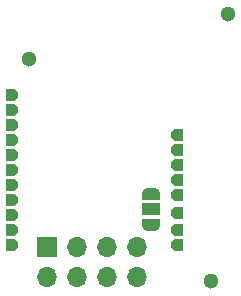
<source format=gbr>
%TF.GenerationSoftware,KiCad,Pcbnew,(5.99.0-10506-gb986797469)*%
%TF.CreationDate,2022-01-12T07:01:16+01:00*%
%TF.ProjectId,ESP31_V3,45535033-315f-4563-932e-6b696361645f,rev?*%
%TF.SameCoordinates,Original*%
%TF.FileFunction,Soldermask,Bot*%
%TF.FilePolarity,Negative*%
%FSLAX46Y46*%
G04 Gerber Fmt 4.6, Leading zero omitted, Abs format (unit mm)*
G04 Created by KiCad (PCBNEW (5.99.0-10506-gb986797469)) date 2022-01-12 07:01:16*
%MOMM*%
%LPD*%
G01*
G04 APERTURE LIST*
G04 Aperture macros list*
%AMOutline5P*
0 Free polygon, 5 corners , with rotation*
0 The origin of the aperture is its center*
0 number of corners: always 8*
0 $1 to $10 corner X, Y*
0 $11 Rotation angle, in degrees counterclockwise*
0 create outline with 8 corners*
4,1,5,$1,$2,$3,$4,$5,$6,$7,$8,$9,$10,$1,$2,$11*%
%AMOutline6P*
0 Free polygon, 6 corners , with rotation*
0 The origin of the aperture is its center*
0 number of corners: always 6*
0 $1 to $12 corner X, Y*
0 $13 Rotation angle, in degrees counterclockwise*
0 create outline with 6 corners*
4,1,6,$1,$2,$3,$4,$5,$6,$7,$8,$9,$10,$11,$12,$1,$2,$13*%
%AMOutline7P*
0 Free polygon, 7 corners , with rotation*
0 The origin of the aperture is its center*
0 number of corners: always 7*
0 $1 to $14 corner X, Y*
0 $15 Rotation angle, in degrees counterclockwise*
0 create outline with 7 corners*
4,1,7,$1,$2,$3,$4,$5,$6,$7,$8,$9,$10,$11,$12,$13,$14,$1,$2,$15*%
%AMOutline8P*
0 Free polygon, 8 corners , with rotation*
0 The origin of the aperture is its center*
0 number of corners: always 8*
0 $1 to $16 corner X, Y*
0 $17 Rotation angle, in degrees counterclockwise*
0 create outline with 8 corners*
4,1,8,$1,$2,$3,$4,$5,$6,$7,$8,$9,$10,$11,$12,$13,$14,$15,$16,$1,$2,$17*%
%AMFreePoly0*
4,1,22,0.550000,-0.750000,0.000000,-0.750000,0.000000,-0.745033,-0.079941,-0.743568,-0.215256,-0.701293,-0.333266,-0.622738,-0.424486,-0.514219,-0.481581,-0.384460,-0.499164,-0.250000,-0.500000,-0.250000,-0.500000,0.250000,-0.499164,0.250000,-0.499963,0.256109,-0.478152,0.396186,-0.417904,0.524511,-0.324060,0.630769,-0.204165,0.706417,-0.067858,0.745374,0.000000,0.744959,0.000000,0.750000,
0.550000,0.750000,0.550000,-0.750000,0.550000,-0.750000,$1*%
%AMFreePoly1*
4,1,20,0.000000,0.744959,0.073905,0.744508,0.209726,0.703889,0.328688,0.626782,0.421226,0.519385,0.479903,0.390333,0.500000,0.250000,0.500000,-0.250000,0.499851,-0.262216,0.476331,-0.402017,0.414519,-0.529596,0.319384,-0.634700,0.198574,-0.708877,0.061801,-0.746166,0.000000,-0.745033,0.000000,-0.750000,-0.550000,-0.750000,-0.550000,0.750000,0.000000,0.750000,0.000000,0.744959,
0.000000,0.744959,$1*%
G04 Aperture macros list end*
%ADD10Outline6P,0.250000X-0.500000X-0.500000X-0.500000X-0.500000X0.500000X0.250000X0.500000X0.500000X0.250000X0.500000X-0.250000X180.000000*%
%ADD11Outline6P,0.250000X-0.500000X-0.500000X-0.500000X-0.500000X0.500000X0.250000X0.500000X0.500000X0.250000X0.500000X-0.250000X0.000000*%
%ADD12C,1.300000*%
%ADD13R,1.700000X1.700000*%
%ADD14O,1.700000X1.700000*%
%ADD15FreePoly0,270.000000*%
%ADD16R,1.500000X1.000000*%
%ADD17FreePoly1,270.000000*%
G04 APERTURE END LIST*
D10*
%TO.C,J5*%
X118500000Y-107780000D03*
%TD*%
%TO.C,J10*%
X118500000Y-101180000D03*
%TD*%
%TO.C,J7*%
X118500000Y-109230000D03*
%TD*%
D11*
%TO.C,J18*%
X104500000Y-102870000D03*
%TD*%
D10*
%TO.C,J9*%
X118500000Y-103720000D03*
%TD*%
%TO.C,J6*%
X118500000Y-110500000D03*
%TD*%
%TO.C,J12*%
X118500000Y-104990000D03*
%TD*%
D11*
%TO.C,J19*%
X104500000Y-100330000D03*
%TD*%
D12*
%TO.C,REF\u002A\u002A*%
X106000000Y-94800000D03*
%TD*%
D11*
%TO.C,J13*%
X104500000Y-107950000D03*
%TD*%
D12*
%TO.C,*%
X122800000Y-91000000D03*
%TD*%
D11*
%TO.C,J15*%
X104500000Y-110490000D03*
%TD*%
%TO.C,J17*%
X104500000Y-106680000D03*
%TD*%
%TO.C,J14*%
X104500000Y-109220000D03*
%TD*%
D10*
%TO.C,J8*%
X118500000Y-106260000D03*
%TD*%
D11*
%TO.C,J3*%
X104500000Y-105410000D03*
%TD*%
%TO.C,J4*%
X104500000Y-104140000D03*
%TD*%
D10*
%TO.C,J11*%
X118500000Y-102450000D03*
%TD*%
D12*
%TO.C,*%
X121400000Y-113600000D03*
%TD*%
D11*
%TO.C,J1*%
X104500000Y-97790000D03*
%TD*%
%TO.C,J16*%
X104500000Y-101600000D03*
%TD*%
%TO.C,J2*%
X104500000Y-99060000D03*
%TD*%
D13*
%TO.C,J20*%
X107500000Y-110725000D03*
D14*
X107500000Y-113265000D03*
X110040000Y-110725000D03*
X110040000Y-113265000D03*
X112580000Y-110725000D03*
X112580000Y-113265000D03*
X115120000Y-110725000D03*
X115120000Y-113265000D03*
%TD*%
D15*
%TO.C,JP1*%
X116300000Y-106200000D03*
D16*
X116300000Y-107500000D03*
D17*
X116300000Y-108800000D03*
%TD*%
M02*

</source>
